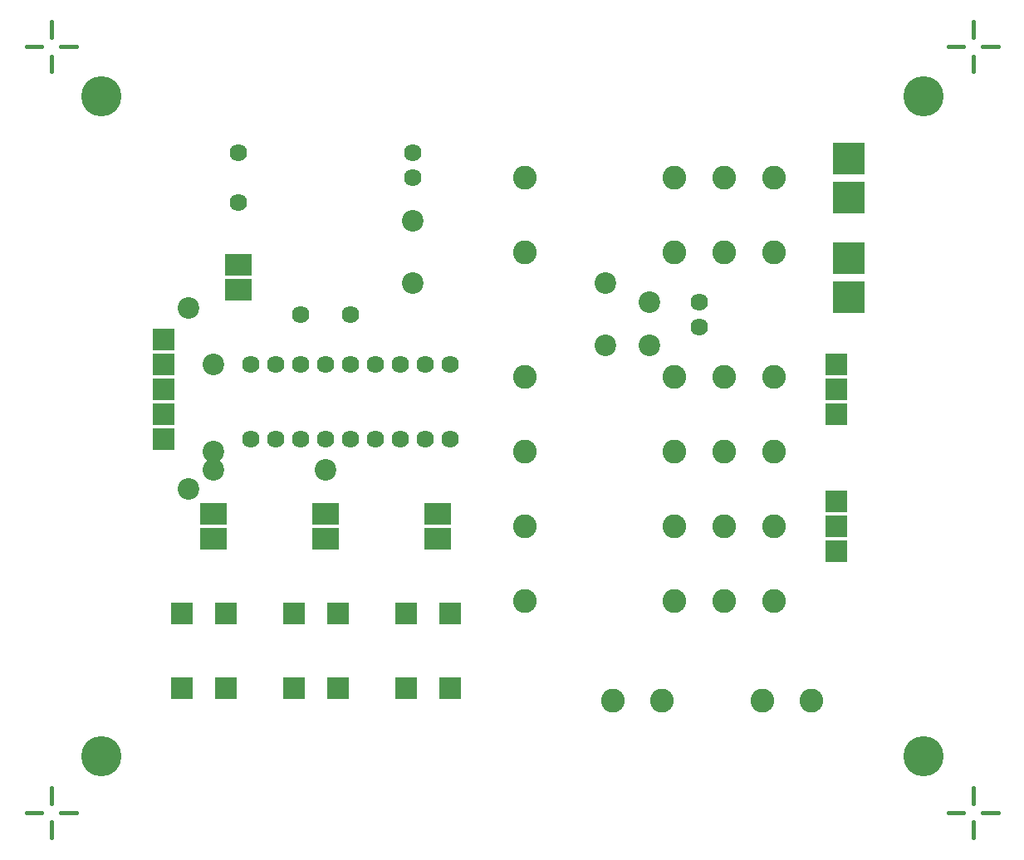
<source format=gbr>
G04                                                                  *
G04 SOURCE        : LAYO1 PCB.EXE VERSION 10                         *
G04 FORMAT        : GERBER RS-274X, Inch, 2.4, Leading Zero          *
G04 TITLE         : CNC3018SWITCHER_SOLDERMASK TOP                   *
G04 TIME          : Thursday, May 11, 2023  21:45:25                 *
G04                                                                  *
G04 Board width   : 120.000 mm. =  4.7244 inch                       *
G04 Board height  : 100.000 mm. =  3.9370 inch                       *
G04 Board offset  :   0.000 mm. =  0.0000 inch                       *
G04 Board offset  :   0.000 mm. =  0.0000 inch                       *
G04                                                                  *
G04 Apertures:                                                       *
G04       Type          X       Y             X       Y        Used  *
G04                      Inches                Metric                *
G04 D10   Round       0.1614  0.1614        4.100   4.100         4  *
G04 D11   Round       0.0866  0.0866        2.200   2.200        12  *
G04 D12   Round       0.0701  0.0701        1.780   1.780        26  *
G04 D13   Rectangle   0.0866  0.1063        2.200   2.700         8  *
G04 D14   Square      0.1260  0.1260        3.200   3.200         4  *
G04 D15   Round       0.0953  0.0953        2.420   2.420        28  *
G04 D16   Rectangle   0.0866  0.0866        2.200   2.200        11  *
G04 D17   Square      0.0866  0.0866        2.200   2.200        12  *
G04 D18   Draw        0.0157  0.0157        0.400   0.400        32  *
G04                                                                  *
%FSLAX24Y24*
MOIN*
SFA1.0B1.0*%
%ADD10C,0.1614*%
%ADD11C,0.0866*%
%ADD12C,0.0701*%
%ADD13R,0.1063X0.0866*%
%ADD14R,0.1260X0.1260*%
%ADD15C,0.0953*%
%ADD16R,0.0866X0.0866*%
%ADD17R,0.0866X0.0866*%
%ADD18C,0.0157*%
%LNSOLDERMASK TOP*%
G54D10*
X007000Y033370D03*
X007000Y006870D03*
X040000Y006870D03*
X040000Y033370D03*
G54D11*
X029000Y025120D03*
X029000Y023370D03*
X019500Y028370D03*
X019500Y025870D03*
X010500Y024870D03*
X010500Y017620D03*
X016000Y018370D03*
X011500Y018370D03*
X011500Y019120D03*
X011500Y022620D03*
X027250Y025870D03*
X027250Y023370D03*
G54D12*
X012500Y029120D03*
X012500Y031120D03*
X019500Y030120D03*
X019500Y031120D03*
X031000Y024120D03*
X031000Y025120D03*
X013000Y019620D03*
X014000Y019620D03*
X015000Y019620D03*
X016000Y019620D03*
X017000Y019620D03*
X018000Y019620D03*
X019000Y019620D03*
X020000Y019620D03*
X021000Y019620D03*
X021000Y022620D03*
X020000Y022620D03*
X019000Y022620D03*
X018000Y022620D03*
X017000Y022620D03*
X016000Y022620D03*
X015000Y022620D03*
X014000Y022620D03*
X013000Y022620D03*
X017000Y024620D03*
X015000Y024620D03*
G54D13*
X012500Y026620D03*
X012500Y025620D03*
X011500Y015620D03*
X011500Y016620D03*
X016000Y015620D03*
X016000Y016620D03*
X020500Y015620D03*
X020500Y016620D03*
G54D14*
X037000Y030870D03*
X037000Y029308D03*
X037000Y026870D03*
X037000Y025308D03*
G54D15*
X035500Y009120D03*
X033531Y009120D03*
X029500Y009120D03*
X027531Y009120D03*
X024000Y027120D03*
X024000Y030120D03*
X032000Y027120D03*
X030000Y027120D03*
X034000Y027120D03*
X032000Y030120D03*
X030000Y030120D03*
X034000Y030120D03*
X024000Y013120D03*
X024000Y016120D03*
X032000Y013120D03*
X030000Y013120D03*
X034000Y013120D03*
X032000Y016120D03*
X030000Y016120D03*
X034000Y016120D03*
X024000Y019120D03*
X024000Y022120D03*
X032000Y019120D03*
X030000Y019120D03*
X034000Y019120D03*
X032000Y022120D03*
X030000Y022120D03*
X034000Y022120D03*
G54D16*
X036500Y020620D03*
X036500Y021620D03*
X036500Y022620D03*
X036500Y015120D03*
X036500Y016120D03*
X036500Y017120D03*
X009500Y019620D03*
X009500Y020620D03*
X009500Y021620D03*
X009500Y022620D03*
X009500Y023620D03*
G54D17*
X012000Y012620D03*
X012000Y009620D03*
X010250Y009620D03*
X010250Y012620D03*
X016500Y012620D03*
X016500Y009620D03*
X014750Y009620D03*
X014750Y012620D03*
X021000Y012620D03*
X021000Y009620D03*
X019250Y009620D03*
X019250Y012620D03*
G54D18*
X005000Y034995D02*
X005000Y034370D01*
X005375Y035370D02*
X006000Y035370D01*
X005000Y035745D02*
X005000Y036370D01*
X004625Y035370D02*
X004000Y035370D01*
X042000Y034995D02*
X042000Y034370D01*
X042375Y035370D02*
X043000Y035370D01*
X042000Y035745D02*
X042000Y036370D01*
X041625Y035370D02*
X041000Y035370D01*
X042000Y004245D02*
X042000Y003620D01*
X042375Y004620D02*
X043000Y004620D01*
X042000Y004995D02*
X042000Y005620D01*
X041625Y004620D02*
X041000Y004620D01*
X005000Y004245D02*
X005000Y003620D01*
X005375Y004620D02*
X006000Y004620D01*
X005000Y004995D02*
X005000Y005620D01*
X004625Y004620D02*
X004000Y004620D01*
M02*

</source>
